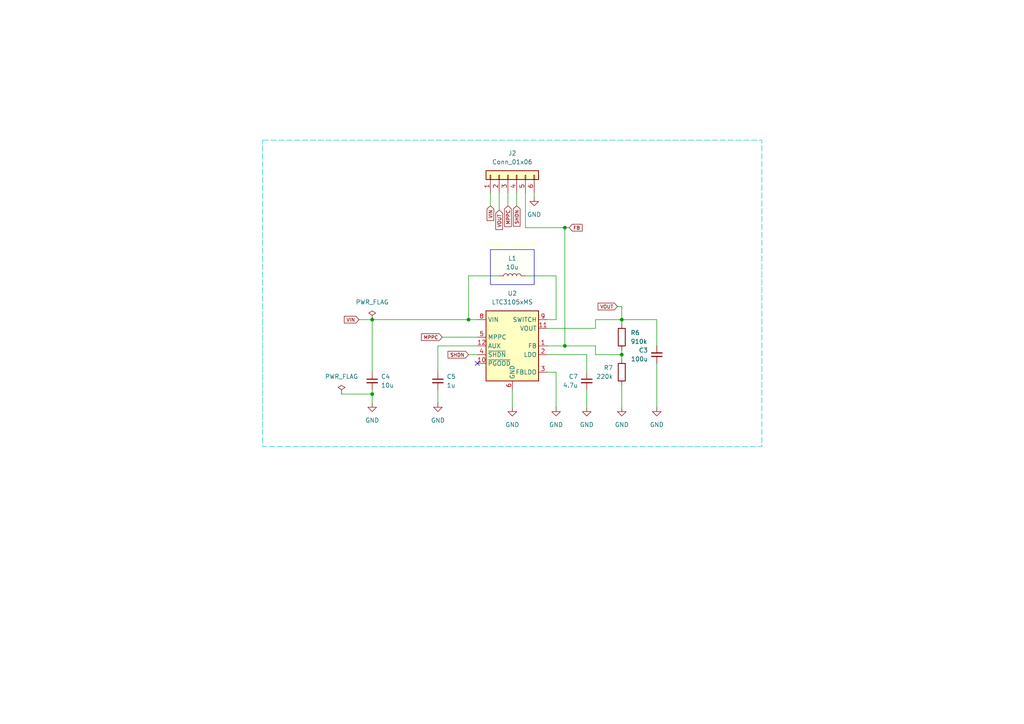
<source format=kicad_sch>
(kicad_sch (version 20250114) (generator "eeschema") (generator_version "9.0")
  (paper "A4")
  (lib_symbols
    (symbol "Connector_Generic:Conn_01x06" (pin_names (offset 1.016) (hide yes))
      (property "Reference" "J" (at 0 7.62 0))
      (property "Value" "Conn_01x06" (at 0 -10.16 0))
      (symbol "Conn_01x06_1_1"
        (rectangle (start -1.27 6.35) (end 1.27 -8.89) (stroke (width 0.254)) (fill (type background)))
        (rectangle (start -1.27 5.207) (end 0 4.953) (stroke (width 0.1524)))
        (rectangle (start -1.27 2.667) (end 0 2.413) (stroke (width 0.1524)))
        (rectangle (start -1.27 0.127) (end 0 -0.127) (stroke (width 0.1524)))
        (rectangle (start -1.27 -2.413) (end 0 -2.667) (stroke (width 0.1524)))
        (rectangle (start -1.27 -4.953) (end 0 -5.207) (stroke (width 0.1524)))
        (rectangle (start -1.27 -7.493) (end 0 -7.747) (stroke (width 0.1524)))
        (pin passive line (at -5.08 5.08 0) (length 3.81) (name "Pin_1") (number "1"))
        (pin passive line (at -5.08 2.54 0) (length 3.81) (name "Pin_2") (number "2"))
        (pin passive line (at -5.08 0 0) (length 3.81) (name "Pin_3") (number "3"))
        (pin passive line (at -5.08 -2.54 0) (length 3.81) (name "Pin_4") (number "4"))
        (pin passive line (at -5.08 -5.08 0) (length 3.81) (name "Pin_5") (number "5"))
        (pin passive line (at -5.08 -7.62 0) (length 3.81) (name "Pin_6") (number "6"))
      )
    )
    (symbol "Device:C_Small" (pin_numbers (hide yes)) (pin_names (offset 0.254) (hide yes))
      (property "Reference" "C" (at 0.254 1.778 0))
      (property "Value" "C_Small" (at 0.254 -2.032 0))
      (symbol "C_Small_0_1"
        (polyline (pts (xy -1.524 0.508) (xy 1.524 0.508)) (stroke (width 0.3048)))
        (polyline (pts (xy -1.524 -0.508) (xy 1.524 -0.508)) (stroke (width 0.3302)))
      )
      (symbol "C_Small_1_1"
        (pin passive line (at 0 2.54 270) (length 2.032) (name "~") (number "1"))
        (pin passive line (at 0 -2.54 90) (length 2.032) (name "~") (number "2"))
      )
    )
    (symbol "Device:L" (pin_numbers (hide yes)) (pin_names (offset 1.016) (hide yes))
      (property "Reference" "L" (at -1.27 0 90))
      (property "Value" "L" (at 1.905 0 90))
      (symbol "L_0_1"
        (arc (start 0 2.54) (mid 0.6323 1.905) (end 0 1.27))
        (arc (start 0 1.27) (mid 0.6323 0.635) (end 0 0))
        (arc (start 0 0) (mid 0.6323 -0.635) (end 0 -1.27))
        (arc (start 0 -1.27) (mid 0.6323 -1.905) (end 0 -2.54))
      )
      (symbol "L_1_1"
        (pin passive line (at 0 3.81 270) (length 1.27) (name "1") (number "1"))
        (pin passive line (at 0 -3.81 90) (length 1.27) (name "2") (number "2"))
      )
    )
    (symbol "Device:R" (pin_numbers (hide yes)) (pin_names (offset 0))
      (property "Reference" "R" (at 2.032 0 90))
      (property "Value" "R" (at 0 0 90))
      (symbol "R_0_1"
        (rectangle (start -1.016 -2.54) (end 1.016 2.54) (stroke (width 0.254)))
      )
      (symbol "R_1_1"
        (pin passive line (at 0 3.81 270) (length 1.27) (name "~") (number "1"))
        (pin passive line (at 0 -3.81 90) (length 1.27) (name "~") (number "2"))
      )
    )
    (symbol "Regulator_Switching:LTC3105xMS"
      (property "Reference" "U" (at -6.35 11.43 0))
      (property "Value" "LTC3105xMS" (at 5.08 11.43 0))
      (symbol "LTC3105xMS_0_0"
        (pin power_in line (at -10.16 7.62 0) (length 2.54) (name "VIN") (number "8"))
        (pin input line (at -10.16 2.54 0) (length 2.54) (name "MPPC") (number "5"))
        (pin output line (at -10.16 0 0) (length 2.54) (name "AUX") (number "12"))
        (pin input line (at -10.16 -2.54 0) (length 2.54) (name "~{SHDN}") (number "4"))
        (pin open_collector line (at -10.16 -5.08 0) (length 2.54) (name "~{PGOOD}") (number "10"))
        (pin power_in line (at 0 -12.7 90) (length 2.54) (name "GND") (number "6"))
        (pin passive line (at 0 -12.7 90) (length 2.54) (hide yes) (name "GND") (number "7"))
        (pin passive line (at 10.16 7.62 180) (length 2.54) (name "SWITCH") (number "9"))
        (pin power_out line (at 10.16 5.08 180) (length 2.54) (name "VOUT") (number "11"))
        (pin input line (at 10.16 0 180) (length 2.54) (name "FB") (number "1"))
        (pin output line (at 10.16 -2.54 180) (length 2.54) (name "LDO") (number "2"))
        (pin input line (at 10.16 -7.62 180) (length 2.54) (name "FBLDO") (number "3"))
      )
      (symbol "LTC3105xMS_0_1"
        (rectangle (start -7.62 -10.16) (end 7.62 10.16) (stroke (width 0.254)) (fill (type background)))
      )
    )
    (symbol "power:GND" (power) (pin_numbers (hide yes)) (pin_names (offset 0) (hide yes))
      (property "Value" "GND" (at 0 -3.81 0))
      (symbol "GND_0_1"
        (polyline (pts (xy 0 0) (xy 0 -1.27) (xy 1.27 -1.27) (xy 0 -2.54) (xy -1.27 -1.27) (xy 0 -1.27)))
      )
      (symbol "GND_1_1"
        (pin power_in line (at 0 0 270) (length 0) (name "~") (number "1"))
      )
    )
    (symbol "power:PWR_FLAG" (power) (pin_numbers (hide yes)) (pin_names (offset 0) (hide yes))
      (property "Value" "PWR_FLAG" (at 0 3.81 0))
      (symbol "PWR_FLAG_0_0"
        (pin power_out line (at 0 0 90) (length 0) (name "~") (number "1"))
      )
      (symbol "PWR_FLAG_0_1"
        (polyline (pts (xy 0 0) (xy 0 1.27) (xy -1.016 1.905) (xy 0 2.54) (xy 1.016 1.905) (xy 0 1.27)))
      )
    )
  )
  (rectangle (start 142.24 72.39) (end 154.94 82.55) (fill (type color) (color 255 255 194 0.1)))
  (rectangle (start 76.2 40.64) (end 220.98 129.54) (stroke (width 0) (type dash) (color 0 194 194 1)))
  (text "Proper Inductor" (at 148.59 71.12 0) (effects (font (size 1.27 1.27))))
  (junction (at 107.95 92.71))
  (junction (at 107.95 114.3))
  (junction (at 180.34 92.71))
  (junction (at 135.89 92.71))
  (junction (at 163.83 100.33))
  (junction (at 163.83 66.04))
  (junction (at 180.34 102.87))
  (no_connect (at 138.43 105.41))
  (wire (pts (xy 138.43 100.33) (xy 127 100.33)))
  (wire (pts (xy 180.34 92.71) (xy 190.5 92.71)))
  (wire (pts (xy 163.83 100.33) (xy 172.72 100.33)))
  (wire (pts (xy 107.95 92.71) (xy 107.95 107.95)))
  (wire (pts (xy 149.86 55.88) (xy 149.86 59.69)))
  (wire (pts (xy 135.89 80.01) (xy 144.78 80.01)))
  (wire (pts (xy 172.72 92.71) (xy 180.34 92.71)))
  (wire (pts (xy 161.29 80.01) (xy 161.29 92.71)))
  (wire (pts (xy 107.95 92.71) (xy 135.89 92.71)))
  (wire (pts (xy 190.5 100.33) (xy 190.5 92.71)))
  (wire (pts (xy 135.89 92.71) (xy 135.89 80.01)))
  (wire (pts (xy 172.72 102.87) (xy 180.34 102.87)))
  (wire (pts (xy 170.18 113.03) (xy 170.18 118.11)))
  (wire (pts (xy 161.29 107.95) (xy 161.29 118.11)))
  (wire (pts (xy 152.4 66.04) (xy 152.4 55.88)))
  (wire (pts (xy 142.24 55.88) (xy 142.24 59.69)))
  (wire (pts (xy 179.07 88.9) (xy 180.34 88.9)))
  (wire (pts (xy 172.72 100.33) (xy 172.72 102.87)))
  (wire (pts (xy 148.59 113.03) (xy 148.59 118.11)))
  (wire (pts (xy 127 100.33) (xy 127 107.95)))
  (wire (pts (xy 158.75 100.33) (xy 163.83 100.33)))
  (wire (pts (xy 99.06 114.3) (xy 107.95 114.3)))
  (wire (pts (xy 180.34 102.87) (xy 180.34 104.14)))
  (wire (pts (xy 180.34 118.11) (xy 180.34 111.76)))
  (wire (pts (xy 158.75 107.95) (xy 161.29 107.95)))
  (wire (pts (xy 163.83 66.04) (xy 152.4 66.04)))
  (wire (pts (xy 147.32 55.88) (xy 147.32 59.69)))
  (wire (pts (xy 107.95 114.3) (xy 107.95 116.84)))
  (wire (pts (xy 152.4 80.01) (xy 161.29 80.01)))
  (wire (pts (xy 135.89 92.71) (xy 138.43 92.71)))
  (wire (pts (xy 127 113.03) (xy 127 116.84)))
  (wire (pts (xy 180.34 88.9) (xy 180.34 92.71)))
  (wire (pts (xy 180.34 92.71) (xy 180.34 93.98)))
  (wire (pts (xy 170.18 102.87) (xy 170.18 107.95)))
  (wire (pts (xy 180.34 101.6) (xy 180.34 102.87)))
  (wire (pts (xy 172.72 95.25) (xy 172.72 92.71)))
  (wire (pts (xy 158.75 102.87) (xy 170.18 102.87)))
  (wire (pts (xy 163.83 66.04) (xy 165.1 66.04)))
  (wire (pts (xy 190.5 118.11) (xy 190.5 105.41)))
  (wire (pts (xy 158.75 95.25) (xy 172.72 95.25)))
  (wire (pts (xy 104.14 92.71) (xy 107.95 92.71)))
  (wire (pts (xy 144.78 55.88) (xy 144.78 60.96)))
  (wire (pts (xy 128.27 97.79) (xy 138.43 97.79)))
  (wire (pts (xy 107.95 113.03) (xy 107.95 114.3)))
  (wire (pts (xy 163.83 100.33) (xy 163.83 66.04)))
  (wire (pts (xy 158.75 92.71) (xy 161.29 92.71)))
  (wire (pts (xy 154.94 55.88) (xy 154.94 57.15)))
  (wire (pts (xy 135.89 102.87) (xy 138.43 102.87)))
  (global_label "VOUT" (shape input) (at 179.07 88.9 180) (effects (font (size 1 1))) (property "Intersheetrefs" "${INTERSHEET_REFS}" (effects (hide yes))))
  (global_label "MPPC" (shape input) (at 147.32 59.69 270) (effects (font (size 1 1))) (property "Intersheetrefs" "${INTERSHEET_REFS}" (effects (hide yes))))
  (global_label "VIN" (shape input) (at 142.24 59.69 270) (effects (font (size 1 1))) (property "Intersheetrefs" "${INTERSHEET_REFS}" (effects (hide yes))))
  (global_label "SHDN" (shape input) (at 149.86 59.69 270) (effects (font (size 1 1))) (property "Intersheetrefs" "${INTERSHEET_REFS}" (effects (hide yes))))
  (global_label "FB" (shape input) (at 165.1 66.04 0) (effects (font (size 1 1))) (property "Intersheetrefs" "${INTERSHEET_REFS}" (effects (hide yes))))
  (global_label "VIN" (shape input) (at 104.14 92.71 180) (effects (font (size 1 1))) (property "Intersheetrefs" "${INTERSHEET_REFS}" (effects (hide yes))))
  (global_label "MPPC" (shape input) (at 128.27 97.79 180) (effects (font (size 1 1))) (property "Intersheetrefs" "${INTERSHEET_REFS}" (effects (hide yes))))
  (global_label "SHDN" (shape input) (at 135.89 102.87 180) (effects (font (size 1 1))) (property "Intersheetrefs" "${INTERSHEET_REFS}" (effects (hide yes))))
  (global_label "VOUT" (shape input) (at 144.78 60.96 270) (effects (font (size 1 1))) (property "Intersheetrefs" "${INTERSHEET_REFS}" (effects (hide yes))))
  (symbol (lib_id "Regulator_Switching:LTC3105xMS") (at 148.59 100.33 0) (unit 1)
    (property "Reference" "U2" (at 148.59 85.09 0))
    (property "Value" "LTC3105xMS" (at 148.59 87.63 0))
    (property "Footprint" "Package_SO:MSOP-12_3x4.039mm_P0.65mm" (effects (hide yes)))
    (property "Datasheet" "https://www.analog.com/media/en/technical-documentation/data-sheets/3105fb.pdf" (effects (hide yes)))
    (property "Description" "400mA Step-Up DC/DC Converter with Maximum Power Point Control and 250mV Start-Up, MSOP-12" (effects (hide yes)))
  )
  (symbol (lib_id "Device:C_Small") (at 170.18 110.49 0) (mirror y) (unit 1)
    (property "Reference" "C7" (at 167.64 109.2262 0) (effects (justify left)))
    (property "Value" "4.7u" (at 167.64 111.7662 0) (effects (justify left)))
    (property "Footprint" "Capacitor_SMD:C_0805_2012Metric_Pad1.18x1.45mm_HandSolder" (effects (hide yes)))
    (property "Description" "Unpolarized capacitor, small symbol" (effects (hide yes)))
  )
  (symbol (lib_id "Device:C_Small") (at 127 110.49 0) (unit 1)
    (property "Reference" "C5" (at 129.54 109.2262 0) (effects (justify left)))
    (property "Value" "1u" (at 129.54 111.7662 0) (effects (justify left)))
    (property "Footprint" "Capacitor_SMD:C_0805_2012Metric_Pad1.18x1.45mm_HandSolder" (effects (hide yes)))
    (property "Description" "Unpolarized capacitor, small symbol" (effects (hide yes)))
  )
  (symbol (lib_id "Connector_Generic:Conn_01x06") (at 147.32 50.8 90) (unit 1)
    (property "Reference" "J2" (at 148.59 44.45 90))
    (property "Value" "Conn_01x06" (at 148.59 46.99 90))
    (property "Footprint" "Connector_PinHeader_1.27mm:PinHeader_1x06_P1.27mm_Vertical" (effects (hide yes)))
    (property "Description" "Generic connector, single row, 01x06, script generated (kicad-library-utils/schlib/autogen/connector/)" (effects (hide yes)))
  )
  (symbol (lib_id "power:GND") (at 107.95 116.84 0) (unit 1)
    (property "Reference" "#PWR05" (effects (hide yes)))
    (property "Value" "GND" (at 107.95 121.92 0))
    (property "Description" "Power symbol creates a global label with name \"GND\" , ground" (effects (hide yes)))
  )
  (symbol (lib_id "power:PWR_FLAG") (at 107.95 92.71 0) (unit 1)
    (property "Reference" "#FLG03" (effects (hide yes)))
    (property "Value" "PWR_FLAG" (at 107.95 87.63 0))
    (property "Description" "Special symbol for telling ERC where power comes from" (effects (hide yes)))
  )
  (symbol (lib_id "power:GND") (at 127 116.84 0) (unit 1)
    (property "Reference" "#PWR06" (effects (hide yes)))
    (property "Value" "GND" (at 127 121.92 0))
    (property "Description" "Power symbol creates a global label with name \"GND\" , ground" (effects (hide yes)))
  )
  (symbol (lib_id "power:GND") (at 148.59 118.11 0) (unit 1)
    (property "Reference" "#PWR07" (effects (hide yes)))
    (property "Value" "GND" (at 148.59 123.19 0))
    (property "Description" "Power symbol creates a global label with name \"GND\" , ground" (effects (hide yes)))
  )
  (symbol (lib_id "power:GND") (at 154.94 57.15 0) (unit 1)
    (property "Reference" "#PWR012" (effects (hide yes)))
    (property "Value" "GND" (at 154.94 62.23 0))
    (property "Description" "Power symbol creates a global label with name \"GND\" , ground" (effects (hide yes)))
  )
  (symbol (lib_id "power:GND") (at 161.29 118.11 0) (unit 1)
    (property "Reference" "#PWR08" (effects (hide yes)))
    (property "Value" "GND" (at 161.29 123.19 0))
    (property "Description" "Power symbol creates a global label with name \"GND\" , ground" (effects (hide yes)))
  )
  (symbol (lib_id "Device:C_Small") (at 190.5 102.87 0) (mirror x) (unit 1)
    (property "Reference" "C3" (at 187.96 101.5935 0) (effects (justify right)))
    (property "Value" "100u" (at 187.96 104.1335 0) (effects (justify right)))
    (property "Footprint" "Capacitor_SMD:C_0805_2012Metric_Pad1.18x1.45mm_HandSolder" (effects (hide yes)))
    (property "Description" "Unpolarized capacitor, small symbol" (effects (hide yes)))
  )
  (symbol (lib_id "Device:C_Small") (at 107.95 110.49 0) (unit 1)
    (property "Reference" "C4" (at 110.49 109.2262 0) (effects (justify left)))
    (property "Value" "10u" (at 110.49 111.7662 0) (effects (justify left)))
    (property "Footprint" "Capacitor_SMD:C_0805_2012Metric_Pad1.18x1.45mm_HandSolder" (effects (hide yes)))
    (property "Description" "Unpolarized capacitor, small symbol" (effects (hide yes)))
  )
  (symbol (lib_id "power:PWR_FLAG") (at 99.06 114.3 0) (unit 1)
    (property "Reference" "#FLG04" (effects (hide yes)))
    (property "Value" "PWR_FLAG" (at 99.06 109.22 0))
    (property "Description" "Special symbol for telling ERC where power comes from" (effects (hide yes)))
  )
  (symbol (lib_id "power:GND") (at 190.5 118.11 0) (unit 1)
    (property "Reference" "#PWR011" (effects (hide yes)))
    (property "Value" "GND" (at 190.5 123.19 0))
    (property "Description" "Power symbol creates a global label with name \"GND\" , ground" (effects (hide yes)))
  )
  (symbol (lib_id "Device:R") (at 180.34 107.95 0) (mirror y) (unit 1)
    (property "Reference" "R7" (at 177.8 106.6799 0) (effects (justify left)))
    (property "Value" "220k" (at 177.8 109.2199 0) (effects (justify left)))
    (property "Footprint" "Resistor_SMD:R_0805_2012Metric_Pad1.20x1.40mm_HandSolder" (effects (hide yes)))
    (property "Description" "Resistor" (effects (hide yes)))
  )
  (symbol (lib_id "Device:R") (at 180.34 97.79 0) (unit 1)
    (property "Reference" "R6" (at 182.88 96.5199 0) (effects (justify left)))
    (property "Value" "910k" (at 182.88 99.0599 0) (effects (justify left)))
    (property "Footprint" "Connector_PinHeader_1.27mm:PinHeader_1x02_P1.27mm_Vertical" (effects (hide yes)))
    (property "Description" "Resistor" (effects (hide yes)))
  )
  (symbol (lib_id "Device:L") (at 148.59 80.01 90) (unit 1)
    (property "Reference" "L1" (at 148.59 74.93 90))
    (property "Value" "10u" (at 148.59 77.47 90))
    (property "Footprint" "Joule Thief-Library:Power_Inductor_101040" (effects (hide yes)))
    (property "Description" "Inductor" (effects (hide yes)))
  )
  (symbol (lib_id "power:GND") (at 180.34 118.11 0) (unit 1)
    (property "Reference" "#PWR010" (effects (hide yes)))
    (property "Value" "GND" (at 180.34 123.19 0))
    (property "Description" "Power symbol creates a global label with name \"GND\" , ground" (effects (hide yes)))
  )
  (symbol (lib_id "power:GND") (at 170.18 118.11 0) (unit 1)
    (property "Reference" "#PWR09" (effects (hide yes)))
    (property "Value" "GND" (at 170.18 123.19 0))
    (property "Description" "Power symbol creates a global label with name \"GND\" , ground" (effects (hide yes)))
  )
)
</source>
